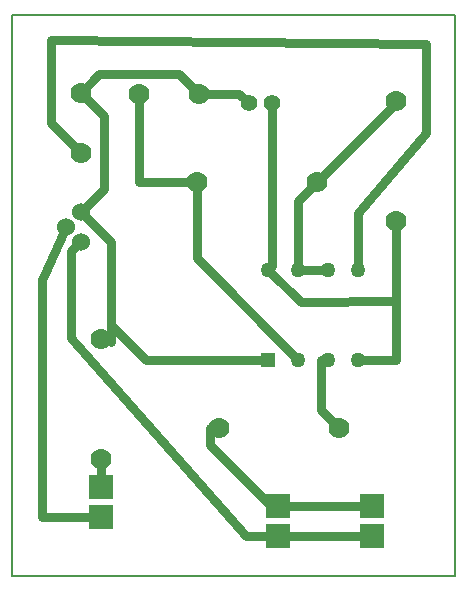
<source format=gbr>
G04 PROTEUS RS274X GERBER FILE*
%FSLAX45Y45*%
%MOMM*%
G01*
%ADD10C,0.762000*%
%ADD11R,1.270000X1.270000*%
%ADD12C,1.270000*%
%ADD13C,1.778000*%
%ADD14C,1.397000*%
%ADD15C,0.000000*%
%ADD16R,2.032000X2.032000*%
%ADD17C,1.524000*%
%ADD18C,0.203200*%
D10*
X+2420500Y+2591500D02*
X+2420500Y+3170500D01*
X+2579500Y+3329500D01*
X+2420500Y+2591500D02*
X+2674500Y+2591500D01*
X+837000Y+2123500D02*
X+1131000Y+1829500D01*
X+2166500Y+1829500D01*
X+579500Y+3083500D02*
X+837000Y+2826000D01*
X+837000Y+2123500D01*
X+579500Y+4087500D02*
X+773500Y+3893500D01*
X+773500Y+3277500D01*
X+579500Y+3083500D01*
X+1563500Y+3329500D02*
X+1563500Y+2686500D01*
X+2420500Y+1829500D01*
X+579500Y+4087500D02*
X+737237Y+4245237D01*
X+1413763Y+4245237D01*
X+1579500Y+4079500D01*
X+1071500Y+4079500D02*
X+1071500Y+3337500D01*
X+1079500Y+3329500D01*
X+1563500Y+3329500D01*
X+1579500Y+4079500D02*
X+1920500Y+4079500D01*
X+2000000Y+4000000D01*
X+2200000Y+4000000D02*
X+2200000Y+2625000D01*
X+2166500Y+2591500D01*
X+2579500Y+3329500D02*
X+3266000Y+4016000D01*
X+3250000Y+4016000D01*
X+3250000Y+2329500D02*
X+3250000Y+2328108D01*
X+3250000Y+1829500D01*
X+2928500Y+1829500D01*
X+2166500Y+2591500D02*
X+2444000Y+2314000D01*
X+3250000Y+2328108D01*
X+3250000Y+2329500D02*
X+3250000Y+3000000D01*
X+579500Y+3579500D02*
X+329000Y+3830000D01*
X+329000Y+4536500D01*
X+3500000Y+4500000D01*
X+3500000Y+3750000D01*
X+2928500Y+3072000D01*
X+2928500Y+2591500D01*
X+2674500Y+1829500D02*
X+2611000Y+1829500D01*
X+2611000Y+1405000D01*
X+2766000Y+1250000D01*
X+837000Y+2123500D02*
X+837000Y+1980000D01*
X+817000Y+2000000D01*
X+750000Y+2000000D01*
X+2186500Y+587500D02*
X+2250000Y+587500D01*
X+1750000Y+1250000D02*
X+1670500Y+1250000D01*
X+1670500Y+1103500D01*
X+2186500Y+587500D01*
X+2250000Y+333500D02*
X+1980000Y+333500D01*
X+500000Y+2012000D01*
X+500000Y+2750000D01*
X+579500Y+2829500D01*
X+750000Y+984000D02*
X+750000Y+750000D01*
X+750000Y+496000D02*
X+746000Y+500000D01*
X+250000Y+500000D01*
X+250000Y+2500000D01*
X+452500Y+2956500D01*
X+3045000Y+587500D02*
X+2250000Y+587500D01*
X+2250000Y+333500D02*
X+3045000Y+333500D01*
D11*
X+2166500Y+1829500D03*
D12*
X+2420500Y+1829500D03*
X+2674500Y+1829500D03*
X+2928500Y+1829500D03*
X+2928500Y+2591500D03*
X+2674500Y+2591500D03*
X+2420500Y+2591500D03*
X+2166500Y+2591500D03*
D13*
X+3250000Y+4016000D03*
X+3250000Y+3000000D03*
X+1563500Y+3329500D03*
X+2579500Y+3329500D03*
X+1071500Y+4079500D03*
X+1579500Y+4079500D03*
X+579500Y+3579500D03*
X+579500Y+4087500D03*
D14*
X+2200000Y+4000000D03*
D15*
X+2200000Y+4000000D03*
D14*
X+2000000Y+4000000D03*
D15*
X+2000000Y+4000000D03*
D16*
X+3045000Y+587500D03*
X+3045000Y+333500D03*
X+2250000Y+333500D03*
X+2250000Y+587500D03*
X+750000Y+496000D03*
X+750000Y+750000D03*
D13*
X+750000Y+2000000D03*
X+750000Y+984000D03*
D17*
X+579500Y+2829500D03*
X+452500Y+2956500D03*
X+579500Y+3083500D03*
D13*
X+2766000Y+1250000D03*
X+1750000Y+1250000D03*
D18*
X+0Y+0D02*
X+3750000Y+0D01*
X+3750000Y+4750000D01*
X+0Y+4750000D01*
X+0Y+0D01*
M02*

</source>
